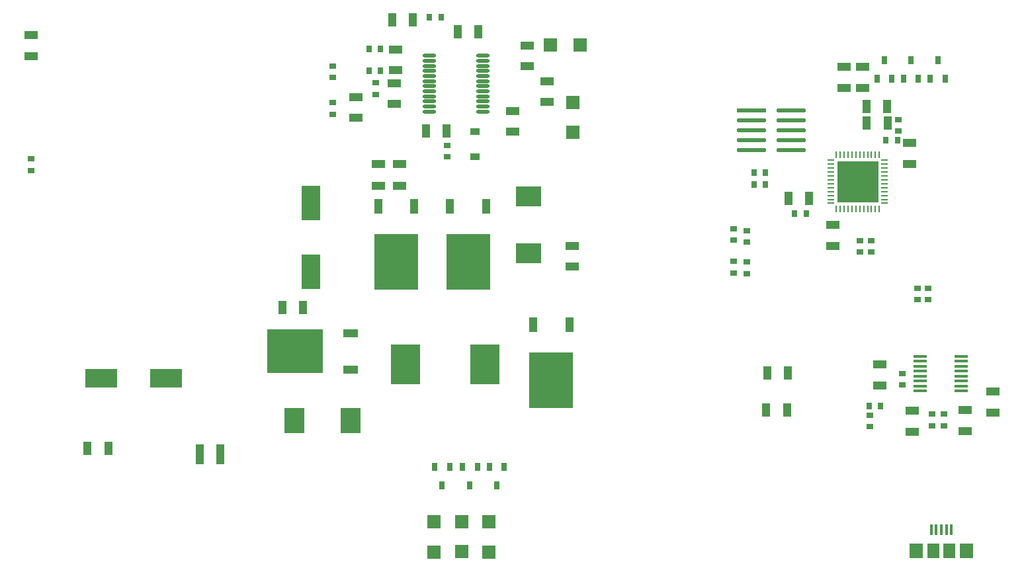
<source format=gtp>
G04 Layer_Color=8421504*
%FSLAX25Y25*%
%MOIN*%
G70*
G01*
G75*
%ADD10R,0.03543X0.02756*%
%ADD11R,0.01575X0.05315*%
%ADD12R,0.03150X0.03937*%
%ADD13R,0.06575X0.06516*%
%ADD14R,0.04331X0.10236*%
%ADD15R,0.06693X0.04331*%
%ADD16R,0.02756X0.03543*%
%ADD17R,0.04331X0.06693*%
%ADD18R,0.06693X0.04134*%
%ADD19R,0.06516X0.06575*%
%ADD20R,0.10236X0.12598*%
%ADD21R,0.12598X0.10236*%
%ADD22R,0.14567X0.20472*%
%ADD23R,0.16339X0.09252*%
%ADD24O,0.07087X0.01772*%
%ADD25R,0.27953X0.22047*%
%ADD26R,0.07677X0.04134*%
%ADD27R,0.22047X0.27953*%
%ADD28R,0.04134X0.07677*%
%ADD29R,0.09252X0.17520*%
%ADD30O,0.15000X0.02000*%
%ADD31R,0.15000X0.02000*%
%ADD32R,0.04803X0.03583*%
%ADD33R,0.07000X0.01500*%
%ADD34O,0.07000X0.01500*%
%ADD35R,0.03386X0.01024*%
%ADD36R,0.01024X0.03386*%
%ADD37R,0.20866X0.20866*%
%ADD38R,0.07087X0.07480*%
%ADD39R,0.05905X0.07480*%
G36*
X652350Y344563D02*
X644991D01*
Y351941D01*
X652350D01*
Y344563D01*
D02*
G37*
G36*
X641917Y344559D02*
X634535D01*
Y351941D01*
X641917D01*
Y344559D01*
D02*
G37*
G36*
Y355016D02*
X634533D01*
Y362374D01*
X641917D01*
Y355016D01*
D02*
G37*
G36*
X652350Y355014D02*
Y355014D01*
X644990D01*
Y362374D01*
X652350D01*
Y355014D01*
D02*
G37*
D10*
X681000Y236500D02*
D03*
X687000D02*
D03*
X587500Y307095D02*
D03*
Y313000D02*
D03*
X581000Y307594D02*
D03*
Y313500D02*
D03*
X587500Y328953D02*
D03*
Y323047D02*
D03*
X581000Y329906D02*
D03*
Y324000D02*
D03*
X666000Y251047D02*
D03*
Y256953D02*
D03*
X679000Y299905D02*
D03*
Y294000D02*
D03*
X673500Y299905D02*
D03*
Y294000D02*
D03*
X664000Y379047D02*
D03*
Y384953D02*
D03*
X650106Y323953D02*
D03*
Y318047D02*
D03*
X649500Y230047D02*
D03*
Y235953D02*
D03*
X644500Y323953D02*
D03*
Y318047D02*
D03*
X379000Y411917D02*
D03*
Y406012D02*
D03*
Y393417D02*
D03*
Y387512D02*
D03*
X400500Y397512D02*
D03*
Y403417D02*
D03*
X226953Y359095D02*
D03*
Y365000D02*
D03*
X436500Y371917D02*
D03*
Y366012D02*
D03*
X687000Y230594D02*
D03*
X681000D02*
D03*
D11*
X683004Y178130D02*
D03*
X685563D02*
D03*
X680445D02*
D03*
X688122D02*
D03*
X690681D02*
D03*
D12*
X451740Y209949D02*
D03*
X444260D02*
D03*
X448000Y200500D02*
D03*
X437740Y209949D02*
D03*
X430260D02*
D03*
X434000Y200500D02*
D03*
X680000Y405500D02*
D03*
X687480D02*
D03*
X683740Y414949D02*
D03*
X666500Y405500D02*
D03*
X673980D02*
D03*
X670240Y414949D02*
D03*
X653020Y405500D02*
D03*
X660500D02*
D03*
X656760Y414949D02*
D03*
X465240Y209949D02*
D03*
X457760D02*
D03*
X461500Y200500D02*
D03*
D13*
X430000Y182000D02*
D03*
Y166921D02*
D03*
X444000Y182079D02*
D03*
Y167000D02*
D03*
X500000Y378386D02*
D03*
Y393465D02*
D03*
X457500Y166921D02*
D03*
Y182000D02*
D03*
D14*
X322315Y216000D02*
D03*
X311685D02*
D03*
D15*
X636500Y400685D02*
D03*
Y411315D02*
D03*
X646000D02*
D03*
Y400685D02*
D03*
X669500Y362370D02*
D03*
Y373000D02*
D03*
X654500Y261315D02*
D03*
Y250685D02*
D03*
X499500Y310650D02*
D03*
Y321280D02*
D03*
X390500Y396280D02*
D03*
Y385650D02*
D03*
X410500Y420280D02*
D03*
Y409650D02*
D03*
X469500Y378650D02*
D03*
Y389280D02*
D03*
X487000Y404280D02*
D03*
Y393650D02*
D03*
X226815Y427500D02*
D03*
Y416870D02*
D03*
X477000Y411650D02*
D03*
Y422280D02*
D03*
X410000Y392650D02*
D03*
Y403279D02*
D03*
X671000Y238000D02*
D03*
Y227370D02*
D03*
X697500Y238500D02*
D03*
Y227870D02*
D03*
X711500Y237185D02*
D03*
Y247815D02*
D03*
X631000Y321185D02*
D03*
Y331815D02*
D03*
D16*
X654953Y240500D02*
D03*
X649047D02*
D03*
X591094Y352000D02*
D03*
X597000D02*
D03*
X611547Y337500D02*
D03*
X617453D02*
D03*
X591094Y358000D02*
D03*
X597000D02*
D03*
X402953Y420465D02*
D03*
X397047D02*
D03*
X402953Y409465D02*
D03*
X397047D02*
D03*
X433453Y436465D02*
D03*
X427547D02*
D03*
X663406Y374500D02*
D03*
X657500D02*
D03*
D17*
X619000Y345000D02*
D03*
X608370D02*
D03*
X647870Y383000D02*
D03*
X658500D02*
D03*
X647685Y391500D02*
D03*
X658315D02*
D03*
X597685Y257000D02*
D03*
X608315D02*
D03*
X597185Y238500D02*
D03*
X607815D02*
D03*
X353370Y289965D02*
D03*
X364000D02*
D03*
X419315Y434965D02*
D03*
X408685D02*
D03*
X452315Y428965D02*
D03*
X441685D02*
D03*
X265815Y219000D02*
D03*
X255185D02*
D03*
X436315Y378965D02*
D03*
X425685D02*
D03*
D18*
X402000Y351354D02*
D03*
Y362575D02*
D03*
X412500Y351354D02*
D03*
Y362575D02*
D03*
D19*
X488421Y422465D02*
D03*
X503500D02*
D03*
D20*
X387846Y232965D02*
D03*
X359500D02*
D03*
D21*
X477500Y345965D02*
D03*
Y317618D02*
D03*
D22*
X455382Y261465D02*
D03*
X415618D02*
D03*
D23*
X294839Y254500D02*
D03*
X262161D02*
D03*
D24*
X454386Y388890D02*
D03*
Y391449D02*
D03*
Y394008D02*
D03*
Y396567D02*
D03*
Y399126D02*
D03*
Y401685D02*
D03*
Y404244D02*
D03*
Y406803D02*
D03*
Y409362D02*
D03*
Y411921D02*
D03*
Y414480D02*
D03*
Y417039D02*
D03*
X427614Y388890D02*
D03*
Y391449D02*
D03*
Y394008D02*
D03*
Y396567D02*
D03*
Y399126D02*
D03*
Y401685D02*
D03*
Y404244D02*
D03*
Y406803D02*
D03*
Y409362D02*
D03*
Y411921D02*
D03*
Y414480D02*
D03*
Y417039D02*
D03*
D25*
X359945Y267965D02*
D03*
D26*
X387898Y276980D02*
D03*
Y258949D02*
D03*
D27*
X410984Y313012D02*
D03*
X447016D02*
D03*
X489000Y253465D02*
D03*
D28*
X401968Y340965D02*
D03*
X420000D02*
D03*
X438000D02*
D03*
X456032D02*
D03*
X479984Y281417D02*
D03*
X498016D02*
D03*
D29*
X368000Y308142D02*
D03*
Y342787D02*
D03*
D30*
X610000Y369500D02*
D03*
Y374500D02*
D03*
Y379500D02*
D03*
Y384500D02*
D03*
Y389500D02*
D03*
X590000Y369500D02*
D03*
Y374500D02*
D03*
Y379500D02*
D03*
Y384500D02*
D03*
D31*
Y389500D02*
D03*
D32*
X450500Y378902D02*
D03*
Y366028D02*
D03*
D33*
X695500Y248000D02*
D03*
D34*
Y250500D02*
D03*
Y253000D02*
D03*
Y255500D02*
D03*
Y258000D02*
D03*
Y260500D02*
D03*
Y263000D02*
D03*
Y265500D02*
D03*
X675000Y248000D02*
D03*
Y250500D02*
D03*
Y253000D02*
D03*
Y255500D02*
D03*
Y258000D02*
D03*
Y260500D02*
D03*
Y263000D02*
D03*
Y265500D02*
D03*
D35*
X629929Y364303D02*
D03*
Y362335D02*
D03*
Y360366D02*
D03*
Y358398D02*
D03*
Y356429D02*
D03*
Y354461D02*
D03*
Y352492D02*
D03*
Y350524D02*
D03*
Y348555D02*
D03*
Y346587D02*
D03*
Y344618D02*
D03*
Y342650D02*
D03*
X656976D02*
D03*
Y344618D02*
D03*
Y346587D02*
D03*
Y348555D02*
D03*
Y350524D02*
D03*
Y352492D02*
D03*
Y354461D02*
D03*
Y356429D02*
D03*
Y358398D02*
D03*
Y360366D02*
D03*
Y362335D02*
D03*
Y364303D02*
D03*
D36*
X632626Y339953D02*
D03*
X634594D02*
D03*
X636563D02*
D03*
X638531D02*
D03*
X640500D02*
D03*
X642469D02*
D03*
X644437D02*
D03*
X646406D02*
D03*
X648374D02*
D03*
X650343D02*
D03*
X652311D02*
D03*
X654280D02*
D03*
Y367000D02*
D03*
X652311D02*
D03*
X650343D02*
D03*
X648374D02*
D03*
X646406D02*
D03*
X644437D02*
D03*
X642469D02*
D03*
X640500D02*
D03*
X638531D02*
D03*
X636563D02*
D03*
X634594D02*
D03*
X632626D02*
D03*
D37*
X643453Y353476D02*
D03*
D38*
X698161Y167500D02*
D03*
X672965D02*
D03*
D39*
X681626D02*
D03*
X689500D02*
D03*
M02*

</source>
